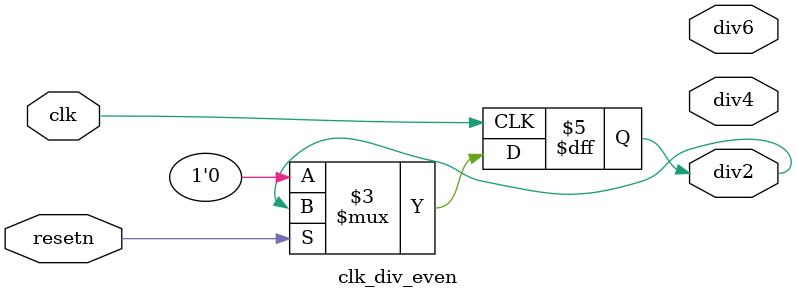
<source format=sv>


// Input and Output Signals
// clk - Clock signal
// resetn - Synchronous reset-low signal
// div2 - Output clock with 2x the period of clk
// div4 - Output clock with 4x the period of clk
// div6 - Output clock with 6x the period of clk
// Output signals during reset
// div2 - 0 when resetn is active
// div4 - 0 when resetn is active
// div6 - 0 when resetn is active

module clk_div_even (
    input clk, resetn,
    output logic div2, div4, div6
);

always_ff @(posedge clk) begin
    if (!resetn) begin
        div2 <= 0;
        div2 <= 0;
    end
end
endmodule
</source>
